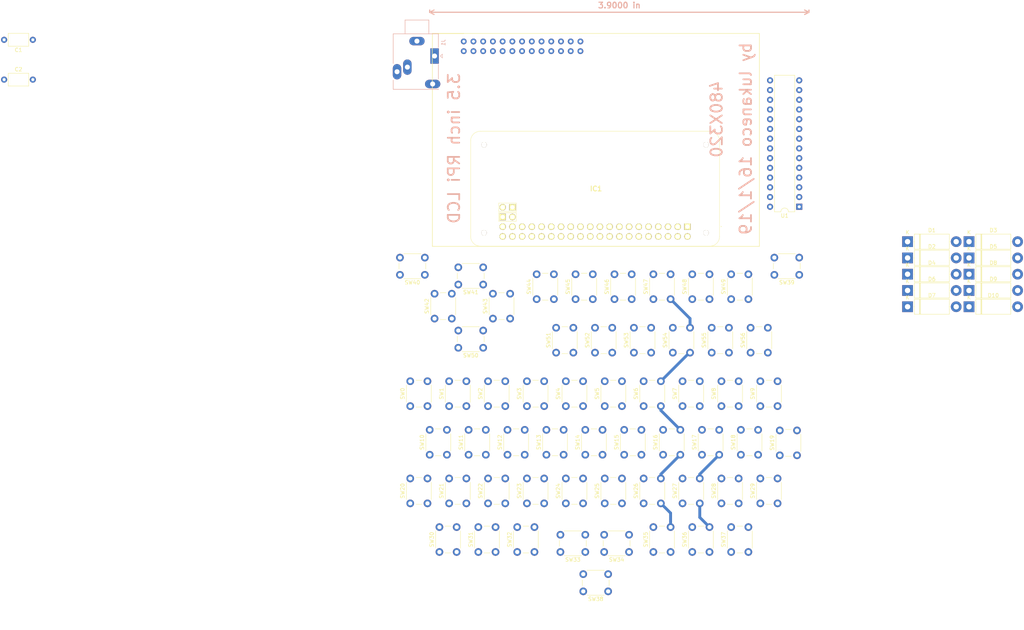
<source format=kicad_pcb>
(kicad_pcb (version 20171130) (host pcbnew "(5.0.2)-1")
  (layers (0 F.Cu signal) (31 B.Cu signal) (34 B.Paste user) (35 F.Paste user) (36 B.SilkS user) (37 F.SilkS user) (38 B.Mask user) (39 F.Mask user) (44 Edge.Cuts user))
  (net 0 "")
  (net 1 Col2)
  (net 2 Col3)
  (net 3 Col4)
  (net 4 Col5)
  (net 5 Col0)
  (net 6 Col1)
  (net 7 Reset)
  (net 8 Serial_RX)
  (net 9 Serial_TX)
  (net 10 USB_D+)
  (net 11 USB_D-)
  (net 12 Osc1)
  (net 13 Osc2)
  (net 14 "Net-(DS1-Pad3)")
  (net 15 "Net-(DS1-Pad5)")
  (net 16 "Net-(DS1-Pad7)")
  (net 17 "Net-(DS1-Pad8)")
  (net 18 "Net-(DS1-Pad10)")
  (net 19 "Net-(DS1-Pad12)")
  (net 20 "Net-(DS1-Pad13)")
  (net 21 "Net-(DS1-Pad15)")
  (net 22 "Net-(DS1-Pad16)")
  (net 23 "Net-(J1-PadT)")
  (net 24 "Net-(J1-PadR)")
  (net 25 "Net-(J1-PadS)")
  (net 26 +3V3)
  (net 27 +5V)
  (net 28 GND)
  (net 29 TP_IRQ)
  (net 30 LCD_RS)
  (net 31 TP_SO)
  (net 32 RST)
  (net 33 LCD_SCK)
  (net 34 LCD_CS)
  (net 35 TP_CS)
  (net 36 Row0)
  (net 37 "Net-(D1-Pad2)")
  (net 38 "Net-(D2-Pad2)")
  (net 39 Row1)
  (net 40 Row2)
  (net 41 "Net-(D3-Pad2)")
  (net 42 "Net-(D4-Pad2)")
  (net 43 Row3)
  (net 44 Row4)
  (net 45 "Net-(D5-Pad2)")
  (net 46 Row5)
  (net 47 "Net-(D6-Pad2)")
  (net 48 "Net-(D7-Pad2)")
  (net 49 Row6)
  (net 50 "Net-(D8-Pad2)")
  (net 51 Row7)
  (net 52 Row8)
  (net 53 "Net-(D9-Pad2)")
  (net 54 "Net-(D10-Pad2)")
  (net 55 Row9)
  (net 56 "Net-(IC1-Pad3)")
  (net 57 "Net-(IC1-Pad5)")
  (net 58 "Net-(IC1-Pad7)")
  (net 59 "Net-(IC1-Pad8)")
  (net 60 "Net-(IC1-Pad10)")
  (net 61 "Net-(IC1-Pad12)")
  (net 62 "Net-(IC1-Pad13)")
  (net 63 "Net-(IC1-Pad15)")
  (net 64 "Net-(IC1-Pad16)")
  (net 65 "Net-(IC1-Pad19)")
  (net 66 "Net-(IC1-Pad27)")
  (net 67 "Net-(IC1-Pad28)")
  (net 68 "Net-(IC1-Pad29)")
  (net 69 "Net-(IC1-Pad30)")
  (net 70 "Net-(IC1-Pad31)")
  (net 71 "Net-(IC1-Pad32)")
  (net 72 "Net-(IC1-Pad33)")
  (net 73 "Net-(IC1-Pad34)")
  (net 74 "Net-(IC1-Pad35)")
  (net 75 "Net-(IC1-Pad36)")
  (net 76 "Net-(IC1-Pad37)")
  (net 77 "Net-(IC1-Pad38)")
  (net 78 "Net-(IC1-Pad39)")
  (net 79 "Net-(IC1-Pad40)")
  (net 80 "Net-(IC1-Pad41)")
  (net 81 "Net-(IC1-Pad42)")
  (net 82 "Net-(IC1-Pad43)")
  (net 83 "Net-(IC1-Pad44)")
  (module Button_Switch_THT:SW_PUSH_6mm (layer F.Cu) (at 60.96 130.81 90)
    (fp_text reference SW0 (at 3.25 -2 90) (layer F.SilkS))
    (fp_text value SW_Push)
    (pad 2 thru_hole circle (at 0 4.5 180) (size 2 2) (drill 1.1) (layers *.Cu *.Mask) (net 37 "Net-(D1-Pad2)"))
    (pad 1 thru_hole circle (at 0 0 180) (size 2 2) (drill 1.1) (layers *.Cu *.Mask) (net 1 Col2))
    (pad 2 thru_hole circle (at 6.5 4.5 180) (size 2 2) (drill 1.1) (layers *.Cu *.Mask) (net 37 "Net-(D1-Pad2)"))
    (pad 1 thru_hole circle (at 6.5 0 180) (size 2 2) (drill 1.1) (layers *.Cu *.Mask) (net 1 Col2))
  )
  (module Button_Switch_THT:SW_PUSH_6mm (layer F.Cu) (at 71.12 130.81 90)
    (fp_text reference SW1 (at 3.25 -2 90) (layer F.SilkS))
    (fp_text value SW_Push)
    (pad 1 thru_hole circle (at 6.5 0 180) (size 2 2) (drill 1.1) (layers *.Cu *.Mask) (net 1 Col2))
    (pad 2 thru_hole circle (at 6.5 4.5 180) (size 2 2) (drill 1.1) (layers *.Cu *.Mask) (net 38 "Net-(D2-Pad2)"))
    (pad 1 thru_hole circle (at 0 0 180) (size 2 2) (drill 1.1) (layers *.Cu *.Mask) (net 1 Col2))
    (pad 2 thru_hole circle (at 0 4.5 180) (size 2 2) (drill 1.1) (layers *.Cu *.Mask) (net 38 "Net-(D2-Pad2)"))
  )
  (module Button_Switch_THT:SW_PUSH_6mm (layer F.Cu) (at 81.28 130.81 90)
    (fp_text reference SW2 (at 3.25 -2 90) (layer F.SilkS))
    (fp_text value SW_Push)
    (pad 2 thru_hole circle (at 0 4.5 180) (size 2 2) (drill 1.1) (layers *.Cu *.Mask) (net 41 "Net-(D3-Pad2)"))
    (pad 1 thru_hole circle (at 0 0 180) (size 2 2) (drill 1.1) (layers *.Cu *.Mask) (net 1 Col2))
    (pad 2 thru_hole circle (at 6.5 4.5 180) (size 2 2) (drill 1.1) (layers *.Cu *.Mask) (net 41 "Net-(D3-Pad2)"))
    (pad 1 thru_hole circle (at 6.5 0 180) (size 2 2) (drill 1.1) (layers *.Cu *.Mask) (net 1 Col2))
  )
  (module Button_Switch_THT:SW_PUSH_6mm (layer F.Cu) (at 91.44 130.81 90)
    (fp_text reference SW3 (at 3.25 -2 90) (layer F.SilkS))
    (fp_text value SW_Push)
    (pad 2 thru_hole circle (at 0 4.5 180) (size 2 2) (drill 1.1) (layers *.Cu *.Mask) (net 42 "Net-(D4-Pad2)"))
    (pad 1 thru_hole circle (at 0 0 180) (size 2 2) (drill 1.1) (layers *.Cu *.Mask) (net 1 Col2))
    (pad 2 thru_hole circle (at 6.5 4.5 180) (size 2 2) (drill 1.1) (layers *.Cu *.Mask) (net 42 "Net-(D4-Pad2)"))
    (pad 1 thru_hole circle (at 6.5 0 180) (size 2 2) (drill 1.1) (layers *.Cu *.Mask) (net 1 Col2))
  )
  (module Button_Switch_THT:SW_PUSH_6mm (layer F.Cu) (at 101.6 130.81 90)
    (fp_text reference SW4 (at 3.25 -2 90) (layer F.SilkS))
    (fp_text value SW_Push)
    (pad 1 thru_hole circle (at 6.5 0 180) (size 2 2) (drill 1.1) (layers *.Cu *.Mask) (net 1 Col2))
    (pad 2 thru_hole circle (at 6.5 4.5 180) (size 2 2) (drill 1.1) (layers *.Cu *.Mask) (net 45 "Net-(D5-Pad2)"))
    (pad 1 thru_hole circle (at 0 0 180) (size 2 2) (drill 1.1) (layers *.Cu *.Mask) (net 1 Col2))
    (pad 2 thru_hole circle (at 0 4.5 180) (size 2 2) (drill 1.1) (layers *.Cu *.Mask) (net 45 "Net-(D5-Pad2)"))
  )
  (module Button_Switch_THT:SW_PUSH_6mm (layer F.Cu) (at 111.76 130.81 90)
    (fp_text reference SW5 (at 3.25 -2 90) (layer F.SilkS))
    (fp_text value SW_Push)
    (pad 2 thru_hole circle (at 0 4.5 180) (size 2 2) (drill 1.1) (layers *.Cu *.Mask) (net 47 "Net-(D6-Pad2)"))
    (pad 1 thru_hole circle (at 0 0 180) (size 2 2) (drill 1.1) (layers *.Cu *.Mask) (net 1 Col2))
    (pad 2 thru_hole circle (at 6.5 4.5 180) (size 2 2) (drill 1.1) (layers *.Cu *.Mask) (net 47 "Net-(D6-Pad2)"))
    (pad 1 thru_hole circle (at 6.5 0 180) (size 2 2) (drill 1.1) (layers *.Cu *.Mask) (net 1 Col2))
  )
  (module Button_Switch_THT:SW_PUSH_6mm (layer F.Cu) (at 121.92 130.81 90)
    (fp_text reference SW6 (at 3.25 -2 90) (layer F.SilkS))
    (fp_text value SW_Push)
    (pad 2 thru_hole circle (at 0 4.5 180) (size 2 2) (drill 1.1) (layers *.Cu *.Mask) (net 48 "Net-(D7-Pad2)"))
    (pad 1 thru_hole circle (at 0 0 180) (size 2 2) (drill 1.1) (layers *.Cu *.Mask) (net 1 Col2))
    (pad 2 thru_hole circle (at 6.5 4.5 180) (size 2 2) (drill 1.1) (layers *.Cu *.Mask) (net 48 "Net-(D7-Pad2)"))
    (pad 1 thru_hole circle (at 6.5 0 180) (size 2 2) (drill 1.1) (layers *.Cu *.Mask) (net 1 Col2))
  )
  (module Button_Switch_THT:SW_PUSH_6mm (layer F.Cu) (at 132.08 130.81 90)
    (fp_text reference SW7 (at 3.25 -2 90) (layer F.SilkS))
    (fp_text value SW_Push)
    (pad 1 thru_hole circle (at 6.5 0 180) (size 2 2) (drill 1.1) (layers *.Cu *.Mask) (net 1 Col2))
    (pad 2 thru_hole circle (at 6.5 4.5 180) (size 2 2) (drill 1.1) (layers *.Cu *.Mask) (net 50 "Net-(D8-Pad2)"))
    (pad 1 thru_hole circle (at 0 0 180) (size 2 2) (drill 1.1) (layers *.Cu *.Mask) (net 1 Col2))
    (pad 2 thru_hole circle (at 0 4.5 180) (size 2 2) (drill 1.1) (layers *.Cu *.Mask) (net 50 "Net-(D8-Pad2)"))
  )
  (module Button_Switch_THT:SW_PUSH_6mm (layer F.Cu) (at 142.24 130.81 90)
    (fp_text reference SW8 (at 3.25 -2 90) (layer F.SilkS))
    (fp_text value SW_Push)
    (pad 1 thru_hole circle (at 6.5 0 180) (size 2 2) (drill 1.1) (layers *.Cu *.Mask) (net 1 Col2))
    (pad 2 thru_hole circle (at 6.5 4.5 180) (size 2 2) (drill 1.1) (layers *.Cu *.Mask) (net 53 "Net-(D9-Pad2)"))
    (pad 1 thru_hole circle (at 0 0 180) (size 2 2) (drill 1.1) (layers *.Cu *.Mask) (net 1 Col2))
    (pad 2 thru_hole circle (at 0 4.5 180) (size 2 2) (drill 1.1) (layers *.Cu *.Mask) (net 53 "Net-(D9-Pad2)"))
  )
  (module Button_Switch_THT:SW_PUSH_6mm (layer F.Cu) (at 152.4 130.81 90)
    (fp_text reference SW9 (at 3.25 -2 90) (layer F.SilkS))
    (fp_text value SW_Push)
    (pad 2 thru_hole circle (at 0 4.5 180) (size 2 2) (drill 1.1) (layers *.Cu *.Mask) (net 54 "Net-(D10-Pad2)"))
    (pad 1 thru_hole circle (at 0 0 180) (size 2 2) (drill 1.1) (layers *.Cu *.Mask) (net 1 Col2))
    (pad 2 thru_hole circle (at 6.5 4.5 180) (size 2 2) (drill 1.1) (layers *.Cu *.Mask) (net 54 "Net-(D10-Pad2)"))
    (pad 1 thru_hole circle (at 6.5 0 180) (size 2 2) (drill 1.1) (layers *.Cu *.Mask) (net 1 Col2))
  )
  (module Button_Switch_THT:SW_PUSH_6mm (layer F.Cu) (at 66.04 143.51 90)
    (fp_text reference SW10 (at 3.25 -2 90) (layer F.SilkS))
    (fp_text value SW_Push)
    (pad 1 thru_hole circle (at 6.5 0 180) (size 2 2) (drill 1.1) (layers *.Cu *.Mask) (net 2 Col3))
    (pad 2 thru_hole circle (at 6.5 4.5 180) (size 2 2) (drill 1.1) (layers *.Cu *.Mask) (net 37 "Net-(D1-Pad2)"))
    (pad 1 thru_hole circle (at 0 0 180) (size 2 2) (drill 1.1) (layers *.Cu *.Mask) (net 2 Col3))
    (pad 2 thru_hole circle (at 0 4.5 180) (size 2 2) (drill 1.1) (layers *.Cu *.Mask) (net 37 "Net-(D1-Pad2)"))
  )
  (module Button_Switch_THT:SW_PUSH_6mm (layer F.Cu) (at 76.2 143.51 90)
    (fp_text reference SW11 (at 3.25 -2 90) (layer F.SilkS))
    (fp_text value SW_Push)
    (pad 2 thru_hole circle (at 0 4.5 180) (size 2 2) (drill 1.1) (layers *.Cu *.Mask) (net 38 "Net-(D2-Pad2)"))
    (pad 1 thru_hole circle (at 0 0 180) (size 2 2) (drill 1.1) (layers *.Cu *.Mask) (net 2 Col3))
    (pad 2 thru_hole circle (at 6.5 4.5 180) (size 2 2) (drill 1.1) (layers *.Cu *.Mask) (net 38 "Net-(D2-Pad2)"))
    (pad 1 thru_hole circle (at 6.5 0 180) (size 2 2) (drill 1.1) (layers *.Cu *.Mask) (net 2 Col3))
  )
  (module Button_Switch_THT:SW_PUSH_6mm (layer F.Cu) (at 86.36 143.51 90)
    (fp_text reference SW12 (at 3.25 -2 90) (layer F.SilkS))
    (fp_text value SW_Push)
    (pad 1 thru_hole circle (at 6.5 0 180) (size 2 2) (drill 1.1) (layers *.Cu *.Mask) (net 2 Col3))
    (pad 2 thru_hole circle (at 6.5 4.5 180) (size 2 2) (drill 1.1) (layers *.Cu *.Mask) (net 41 "Net-(D3-Pad2)"))
    (pad 1 thru_hole circle (at 0 0 180) (size 2 2) (drill 1.1) (layers *.Cu *.Mask) (net 2 Col3))
    (pad 2 thru_hole circle (at 0 4.5 180) (size 2 2) (drill 1.1) (layers *.Cu *.Mask) (net 41 "Net-(D3-Pad2)"))
  )
  (module Button_Switch_THT:SW_PUSH_6mm (layer F.Cu) (at 96.52 143.51 90)
    (fp_text reference SW13 (at 3.25 -2 90) (layer F.SilkS))
    (fp_text value SW_Push)
    (pad 1 thru_hole circle (at 6.5 0 180) (size 2 2) (drill 1.1) (layers *.Cu *.Mask) (net 2 Col3))
    (pad 2 thru_hole circle (at 6.5 4.5 180) (size 2 2) (drill 1.1) (layers *.Cu *.Mask) (net 42 "Net-(D4-Pad2)"))
    (pad 1 thru_hole circle (at 0 0 180) (size 2 2) (drill 1.1) (layers *.Cu *.Mask) (net 2 Col3))
    (pad 2 thru_hole circle (at 0 4.5 180) (size 2 2) (drill 1.1) (layers *.Cu *.Mask) (net 42 "Net-(D4-Pad2)"))
  )
  (module Button_Switch_THT:SW_PUSH_6mm (layer F.Cu) (at 106.68 143.51 90)
    (fp_text reference SW14 (at 3.25 -2 90) (layer F.SilkS))
    (fp_text value SW_Push)
    (pad 2 thru_hole circle (at 0 4.5 180) (size 2 2) (drill 1.1) (layers *.Cu *.Mask) (net 45 "Net-(D5-Pad2)"))
    (pad 1 thru_hole circle (at 0 0 180) (size 2 2) (drill 1.1) (layers *.Cu *.Mask) (net 2 Col3))
    (pad 2 thru_hole circle (at 6.5 4.5 180) (size 2 2) (drill 1.1) (layers *.Cu *.Mask) (net 45 "Net-(D5-Pad2)"))
    (pad 1 thru_hole circle (at 6.5 0 180) (size 2 2) (drill 1.1) (layers *.Cu *.Mask) (net 2 Col3))
  )
  (module Button_Switch_THT:SW_PUSH_6mm (layer F.Cu) (at 116.84 143.51 90)
    (fp_text reference SW15 (at 3.25 -2 90) (layer F.SilkS))
    (fp_text value SW_Push)
    (pad 2 thru_hole circle (at 0 4.5 180) (size 2 2) (drill 1.1) (layers *.Cu *.Mask) (net 47 "Net-(D6-Pad2)"))
    (pad 1 thru_hole circle (at 0 0 180) (size 2 2) (drill 1.1) (layers *.Cu *.Mask) (net 2 Col3))
    (pad 2 thru_hole circle (at 6.5 4.5 180) (size 2 2) (drill 1.1) (layers *.Cu *.Mask) (net 47 "Net-(D6-Pad2)"))
    (pad 1 thru_hole circle (at 6.5 0 180) (size 2 2) (drill 1.1) (layers *.Cu *.Mask) (net 2 Col3))
  )
  (module Button_Switch_THT:SW_PUSH_6mm (layer F.Cu) (at 127 143.51 90)
    (fp_text reference SW16 (at 3.25 -2 90) (layer F.SilkS))
    (fp_text value SW_Push)
    (pad 1 thru_hole circle (at 6.5 0 180) (size 2 2) (drill 1.1) (layers *.Cu *.Mask) (net 2 Col3))
    (pad 2 thru_hole circle (at 6.5 4.5 180) (size 2 2) (drill 1.1) (layers *.Cu *.Mask) (net 48 "Net-(D7-Pad2)"))
    (pad 1 thru_hole circle (at 0 0 180) (size 2 2) (drill 1.1) (layers *.Cu *.Mask) (net 2 Col3))
    (pad 2 thru_hole circle (at 0 4.5 180) (size 2 2) (drill 1.1) (layers *.Cu *.Mask) (net 48 "Net-(D7-Pad2)"))
  )
  (module Button_Switch_THT:SW_PUSH_6mm (layer F.Cu) (at 137.16 143.51 90)
    (fp_text reference SW17 (at 3.25 -2 90) (layer F.SilkS))
    (fp_text value SW_Push)
    (pad 2 thru_hole circle (at 0 4.5 180) (size 2 2) (drill 1.1) (layers *.Cu *.Mask) (net 50 "Net-(D8-Pad2)"))
    (pad 1 thru_hole circle (at 0 0 180) (size 2 2) (drill 1.1) (layers *.Cu *.Mask) (net 2 Col3))
    (pad 2 thru_hole circle (at 6.5 4.5 180) (size 2 2) (drill 1.1) (layers *.Cu *.Mask) (net 50 "Net-(D8-Pad2)"))
    (pad 1 thru_hole circle (at 6.5 0 180) (size 2 2) (drill 1.1) (layers *.Cu *.Mask) (net 2 Col3))
  )
  (module Button_Switch_THT:SW_PUSH_6mm (layer F.Cu) (at 147.32 143.51 90)
    (fp_text reference SW18 (at 3.25 -2 90) (layer F.SilkS))
    (fp_text value SW_Push)
    (pad 1 thru_hole circle (at 6.5 0 180) (size 2 2) (drill 1.1) (layers *.Cu *.Mask) (net 2 Col3))
    (pad 2 thru_hole circle (at 6.5 4.5 180) (size 2 2) (drill 1.1) (layers *.Cu *.Mask) (net 53 "Net-(D9-Pad2)"))
    (pad 1 thru_hole circle (at 0 0 180) (size 2 2) (drill 1.1) (layers *.Cu *.Mask) (net 2 Col3))
    (pad 2 thru_hole circle (at 0 4.5 180) (size 2 2) (drill 1.1) (layers *.Cu *.Mask) (net 53 "Net-(D9-Pad2)"))
  )
  (module Button_Switch_THT:SW_PUSH_6mm (layer F.Cu) (at 157.48 143.66 90)
    (fp_text reference SW19 (at 3.25 -2 90) (layer F.SilkS))
    (fp_text value SW_Push)
    (pad 1 thru_hole circle (at 6.5 0 180) (size 2 2) (drill 1.1) (layers *.Cu *.Mask) (net 2 Col3))
    (pad 2 thru_hole circle (at 6.5 4.5 180) (size 2 2) (drill 1.1) (layers *.Cu *.Mask) (net 54 "Net-(D10-Pad2)"))
    (pad 1 thru_hole circle (at 0 0 180) (size 2 2) (drill 1.1) (layers *.Cu *.Mask) (net 2 Col3))
    (pad 2 thru_hole circle (at 0 4.5 180) (size 2 2) (drill 1.1) (layers *.Cu *.Mask) (net 54 "Net-(D10-Pad2)"))
  )
  (module Button_Switch_THT:SW_PUSH_6mm (layer F.Cu) (at 60.96 156.21 90)
    (fp_text reference SW20 (at 3.25 -2 90) (layer F.SilkS))
    (fp_text value SW_Push)
    (pad 2 thru_hole circle (at 0 4.5 180) (size 2 2) (drill 1.1) (layers *.Cu *.Mask) (net 37 "Net-(D1-Pad2)"))
    (pad 1 thru_hole circle (at 0 0 180) (size 2 2) (drill 1.1) (layers *.Cu *.Mask) (net 3 Col4))
    (pad 2 thru_hole circle (at 6.5 4.5 180) (size 2 2) (drill 1.1) (layers *.Cu *.Mask) (net 37 "Net-(D1-Pad2)"))
    (pad 1 thru_hole circle (at 6.5 0 180) (size 2 2) (drill 1.1) (layers *.Cu *.Mask) (net 3 Col4))
  )
  (module Button_Switch_THT:SW_PUSH_6mm (layer F.Cu) (at 71.12 156.21 90)
    (fp_text reference SW21 (at 3.25 -2 90) (layer F.SilkS))
    (fp_text value SW_Push)
    (pad 1 thru_hole circle (at 6.5 0 180) (size 2 2) (drill 1.1) (layers *.Cu *.Mask) (net 3 Col4))
    (pad 2 thru_hole circle (at 6.5 4.5 180) (size 2 2) (drill 1.1) (layers *.Cu *.Mask) (net 38 "Net-(D2-Pad2)"))
    (pad 1 thru_hole circle (at 0 0 180) (size 2 2) (drill 1.1) (layers *.Cu *.Mask) (net 3 Col4))
    (pad 2 thru_hole circle (at 0 4.5 180) (size 2 2) (drill 1.1) (layers *.Cu *.Mask) (net 38 "Net-(D2-Pad2)"))
  )
  (module Button_Switch_THT:SW_PUSH_6mm (layer F.Cu) (at 81.28 156.21 90)
    (fp_text reference SW22 (at 3.25 -2 90) (layer F.SilkS))
    (fp_text value SW_Push)
    (pad 2 thru_hole circle (at 0 4.5 180) (size 2 2) (drill 1.1) (layers *.Cu *.Mask) (net 41 "Net-(D3-Pad2)"))
    (pad 1 thru_hole circle (at 0 0 180) (size 2 2) (drill 1.1) (layers *.Cu *.Mask) (net 3 Col4))
    (pad 2 thru_hole circle (at 6.5 4.5 180) (size 2 2) (drill 1.1) (layers *.Cu *.Mask) (net 41 "Net-(D3-Pad2)"))
    (pad 1 thru_hole circle (at 6.5 0 180) (size 2 2) (drill 1.1) (layers *.Cu *.Mask) (net 3 Col4))
  )
  (module Button_Switch_THT:SW_PUSH_6mm (layer F.Cu) (at 91.44 156.21 90)
    (fp_text reference SW23 (at 3.25 -2 90) (layer F.SilkS))
    (fp_text value SW_Push)
    (pad 2 thru_hole circle (at 0 4.5 180) (size 2 2) (drill 1.1) (layers *.Cu *.Mask) (net 42 "Net-(D4-Pad2)"))
    (pad 1 thru_hole circle (at 0 0 180) (size 2 2) (drill 1.1) (layers *.Cu *.Mask) (net 3 Col4))
    (pad 2 thru_hole circle (at 6.5 4.5 180) (size 2 2) (drill 1.1) (layers *.Cu *.Mask) (net 42 "Net-(D4-Pad2)"))
    (pad 1 thru_hole circle (at 6.5 0 180) (size 2 2) (drill 1.1) (layers *.Cu *.Mask) (net 3 Col4))
  )
  (module Button_Switch_THT:SW_PUSH_6mm (layer F.Cu) (at 101.6 156.21 90)
    (fp_text reference SW24 (at 3.25 -2 90) (layer F.SilkS))
    (fp_text value SW_Push)
    (pad 2 thru_hole circle (at 0 4.5 180) (size 2 2) (drill 1.1) (layers *.Cu *.Mask) (net 45 "Net-(D5-Pad2)"))
    (pad 1 thru_hole circle (at 0 0 180) (size 2 2) (drill 1.1) (layers *.Cu *.Mask) (net 3 Col4))
    (pad 2 thru_hole circle (at 6.5 4.5 180) (size 2 2) (drill 1.1) (layers *.Cu *.Mask) (net 45 "Net-(D5-Pad2)"))
    (pad 1 thru_hole circle (at 6.5 0 180) (size 2 2) (drill 1.1) (layers *.Cu *.Mask) (net 3 Col4))
  )
  (module Button_Switch_THT:SW_PUSH_6mm (layer F.Cu) (at 111.76 156.21 90)
    (fp_text reference SW25 (at 3.25 -2 90) (layer F.SilkS))
    (fp_text value SW_Push)
    (pad 1 thru_hole circle (at 6.5 0 180) (size 2 2) (drill 1.1) (layers *.Cu *.Mask) (net 3 Col4))
    (pad 2 thru_hole circle (at 6.5 4.5 180) (size 2 2) (drill 1.1) (layers *.Cu *.Mask) (net 47 "Net-(D6-Pad2)"))
    (pad 1 thru_hole circle (at 0 0 180) (size 2 2) (drill 1.1) (layers *.Cu *.Mask) (net 3 Col4))
    (pad 2 thru_hole circle (at 0 4.5 180) (size 2 2) (drill 1.1) (layers *.Cu *.Mask) (net 47 "Net-(D6-Pad2)"))
  )
  (module Button_Switch_THT:SW_PUSH_6mm (layer F.Cu) (at 121.92 156.21 90)
    (fp_text reference SW26 (at 3.25 -2 90) (layer F.SilkS))
    (fp_text value SW_Push)
    (pad 2 thru_hole circle (at 0 4.5 180) (size 2 2) (drill 1.1) (layers *.Cu *.Mask) (net 48 "Net-(D7-Pad2)"))
    (pad 1 thru_hole circle (at 0 0 180) (size 2 2) (drill 1.1) (layers *.Cu *.Mask) (net 3 Col4))
    (pad 2 thru_hole circle (at 6.5 4.5 180) (size 2 2) (drill 1.1) (layers *.Cu *.Mask) (net 48 "Net-(D7-Pad2)"))
    (pad 1 thru_hole circle (at 6.5 0 180) (size 2 2) (drill 1.1) (layers *.Cu *.Mask) (net 3 Col4))
  )
  (module Button_Switch_THT:SW_PUSH_6mm (layer F.Cu) (at 132.08 156.21 90)
    (fp_text reference SW27 (at 3.25 -2 90) (layer F.SilkS))
    (fp_text value SW_Push)
    (pad 1 thru_hole circle (at 6.5 0 180) (size 2 2) (drill 1.1) (layers *.Cu *.Mask) (net 3 Col4))
    (pad 2 thru_hole circle (at 6.5 4.5 180) (size 2 2) (drill 1.1) (layers *.Cu *.Mask) (net 50 "Net-(D8-Pad2)"))
    (pad 1 thru_hole circle (at 0 0 180) (size 2 2) (drill 1.1) (layers *.Cu *.Mask) (net 3 Col4))
    (pad 2 thru_hole circle (at 0 4.5 180) (size 2 2) (drill 1.1) (layers *.Cu *.Mask) (net 50 "Net-(D8-Pad2)"))
  )
  (module Button_Switch_THT:SW_PUSH_6mm (layer F.Cu) (at 142.24 156.21 90)
    (fp_text reference SW28 (at 3.25 -2 90) (layer F.SilkS))
    (fp_text value SW_Push)
    (pad 2 thru_hole circle (at 0 4.5 180) (size 2 2) (drill 1.1) (layers *.Cu *.Mask) (net 53 "Net-(D9-Pad2)"))
    (pad 1 thru_hole circle (at 0 0 180) (size 2 2) (drill 1.1) (layers *.Cu *.Mask) (net 3 Col4))
    (pad 2 thru_hole circle (at 6.5 4.5 180) (size 2 2) (drill 1.1) (layers *.Cu *.Mask) (net 53 "Net-(D9-Pad2)"))
    (pad 1 thru_hole circle (at 6.5 0 180) (size 2 2) (drill 1.1) (layers *.Cu *.Mask) (net 3 Col4))
  )
  (module Button_Switch_THT:SW_PUSH_6mm (layer F.Cu) (at 152.4 156.21 90)
    (fp_text reference SW29 (at 3.25 -2 90) (layer F.SilkS))
    (fp_text value SW_Push)
    (pad 1 thru_hole circle (at 6.5 0 180) (size 2 2) (drill 1.1) (layers *.Cu *.Mask) (net 3 Col4))
    (pad 2 thru_hole circle (at 6.5 4.5 180) (size 2 2) (drill 1.1) (layers *.Cu *.Mask) (net 54 "Net-(D10-Pad2)"))
    (pad 1 thru_hole circle (at 0 0 180) (size 2 2) (drill 1.1) (layers *.Cu *.Mask) (net 3 Col4))
    (pad 2 thru_hole circle (at 0 4.5 180) (size 2 2) (drill 1.1) (layers *.Cu *.Mask) (net 54 "Net-(D10-Pad2)"))
  )
  (module Button_Switch_THT:SW_PUSH_6mm (layer F.Cu) (at 68.58 168.91 90)
    (fp_text reference SW30 (at 3.25 -2 90) (layer F.SilkS))
    (fp_text value SW_Push)
    (pad 1 thru_hole circle (at 6.5 0 180) (size 2 2) (drill 1.1) (layers *.Cu *.Mask) (net 4 Col5))
    (pad 2 thru_hole circle (at 6.5 4.5 180) (size 2 2) (drill 1.1) (layers *.Cu *.Mask) (net 38 "Net-(D2-Pad2)"))
    (pad 1 thru_hole circle (at 0 0 180) (size 2 2) (drill 1.1) (layers *.Cu *.Mask) (net 4 Col5))
    (pad 2 thru_hole circle (at 0 4.5 180) (size 2 2) (drill 1.1) (layers *.Cu *.Mask) (net 38 "Net-(D2-Pad2)"))
  )
  (module Button_Switch_THT:SW_PUSH_6mm (layer F.Cu) (at 78.74 168.91 90)
    (fp_text reference SW31 (at 3.25 -2 90) (layer F.SilkS))
    (fp_text value SW_Push)
    (pad 2 thru_hole circle (at 0 4.5 180) (size 2 2) (drill 1.1) (layers *.Cu *.Mask) (net 41 "Net-(D3-Pad2)"))
    (pad 1 thru_hole circle (at 0 0 180) (size 2 2) (drill 1.1) (layers *.Cu *.Mask) (net 4 Col5))
    (pad 2 thru_hole circle (at 6.5 4.5 180) (size 2 2) (drill 1.1) (layers *.Cu *.Mask) (net 41 "Net-(D3-Pad2)"))
    (pad 1 thru_hole circle (at 6.5 0 180) (size 2 2) (drill 1.1) (layers *.Cu *.Mask) (net 4 Col5))
  )
  (module Button_Switch_THT:SW_PUSH_6mm (layer F.Cu) (at 88.9 168.91 90)
    (fp_text reference SW32 (at 3.25 -2 90) (layer F.SilkS))
    (fp_text value SW_Push)
    (pad 1 thru_hole circle (at 6.5 0 180) (size 2 2) (drill 1.1) (layers *.Cu *.Mask) (net 4 Col5))
    (pad 2 thru_hole circle (at 6.5 4.5 180) (size 2 2) (drill 1.1) (layers *.Cu *.Mask) (net 42 "Net-(D4-Pad2)"))
    (pad 1 thru_hole circle (at 0 0 180) (size 2 2) (drill 1.1) (layers *.Cu *.Mask) (net 4 Col5))
    (pad 2 thru_hole circle (at 0 4.5 180) (size 2 2) (drill 1.1) (layers *.Cu *.Mask) (net 42 "Net-(D4-Pad2)"))
  )
  (module Button_Switch_THT:SW_PUSH_6mm (layer F.Cu) (at 106.68 168.91 180)
    (fp_text reference SW33 (at 3.25 -2 180) (layer F.SilkS))
    (fp_text value SW_Push)
    (pad 2 thru_hole circle (at 0 4.5 270) (size 2 2) (drill 1.1) (layers *.Cu *.Mask) (net 45 "Net-(D5-Pad2)"))
    (pad 1 thru_hole circle (at 0 0 270) (size 2 2) (drill 1.1) (layers *.Cu *.Mask) (net 4 Col5))
    (pad 2 thru_hole circle (at 6.5 4.5 270) (size 2 2) (drill 1.1) (layers *.Cu *.Mask) (net 45 "Net-(D5-Pad2)"))
    (pad 1 thru_hole circle (at 6.5 0 270) (size 2 2) (drill 1.1) (layers *.Cu *.Mask) (net 4 Col5))
  )
  (module Button_Switch_THT:SW_PUSH_6mm (layer F.Cu) (at 118.11 168.91 180)
    (fp_text reference SW34 (at 3.25 -2 180) (layer F.SilkS))
    (fp_text value SW_Push)
    (pad 2 thru_hole circle (at 0 4.5 270) (size 2 2) (drill 1.1) (layers *.Cu *.Mask) (net 47 "Net-(D6-Pad2)"))
    (pad 1 thru_hole circle (at 0 0 270) (size 2 2) (drill 1.1) (layers *.Cu *.Mask) (net 4 Col5))
    (pad 2 thru_hole circle (at 6.5 4.5 270) (size 2 2) (drill 1.1) (layers *.Cu *.Mask) (net 47 "Net-(D6-Pad2)"))
    (pad 1 thru_hole circle (at 6.5 0 270) (size 2 2) (drill 1.1) (layers *.Cu *.Mask) (net 4 Col5))
  )
  (module Button_Switch_THT:SW_PUSH_6mm (layer F.Cu) (at 124.46 168.91 90)
    (fp_text reference SW35 (at 3.25 -2 90) (layer F.SilkS))
    (fp_text value SW_Push)
    (pad 2 thru_hole circle (at 0 4.5 180) (size 2 2) (drill 1.1) (layers *.Cu *.Mask) (net 48 "Net-(D7-Pad2)"))
    (pad 1 thru_hole circle (at 0 0 180) (size 2 2) (drill 1.1) (layers *.Cu *.Mask) (net 4 Col5))
    (pad 2 thru_hole circle (at 6.5 4.5 180) (size 2 2) (drill 1.1) (layers *.Cu *.Mask) (net 48 "Net-(D7-Pad2)"))
    (pad 1 thru_hole circle (at 6.5 0 180) (size 2 2) (drill 1.1) (layers *.Cu *.Mask) (net 4 Col5))
  )
  (module Button_Switch_THT:SW_PUSH_6mm (layer F.Cu) (at 134.62 168.91 90)
    (fp_text reference SW36 (at 3.25 -2 90) (layer F.SilkS))
    (fp_text value SW_Push)
    (pad 2 thru_hole circle (at 0 4.5 180) (size 2 2) (drill 1.1) (layers *.Cu *.Mask) (net 50 "Net-(D8-Pad2)"))
    (pad 1 thru_hole circle (at 0 0 180) (size 2 2) (drill 1.1) (layers *.Cu *.Mask) (net 4 Col5))
    (pad 2 thru_hole circle (at 6.5 4.5 180) (size 2 2) (drill 1.1) (layers *.Cu *.Mask) (net 50 "Net-(D8-Pad2)"))
    (pad 1 thru_hole circle (at 6.5 0 180) (size 2 2) (drill 1.1) (layers *.Cu *.Mask) (net 4 Col5))
  )
  (module Button_Switch_THT:SW_PUSH_6mm (layer F.Cu) (at 144.78 168.91 90)
    (fp_text reference SW37 (at 3.25 -2 90) (layer F.SilkS))
    (fp_text value SW_Push)
    (pad 1 thru_hole circle (at 6.5 0 180) (size 2 2) (drill 1.1) (layers *.Cu *.Mask) (net 4 Col5))
    (pad 2 thru_hole circle (at 6.5 4.5 180) (size 2 2) (drill 1.1) (layers *.Cu *.Mask) (net 53 "Net-(D9-Pad2)"))
    (pad 1 thru_hole circle (at 0 0 180) (size 2 2) (drill 1.1) (layers *.Cu *.Mask) (net 4 Col5))
    (pad 2 thru_hole circle (at 0 4.5 180) (size 2 2) (drill 1.1) (layers *.Cu *.Mask) (net 53 "Net-(D9-Pad2)"))
  )
  (module Button_Switch_THT:SW_PUSH_6mm (layer F.Cu) (at 112.649 179.197 180)
    (fp_text reference SW38 (at 3.25 -2 180) (layer F.SilkS))
    (fp_text value SW_Push)
    (pad 2 thru_hole circle (at 0 4.5 270) (size 2 2) (drill 1.1) (layers *.Cu *.Mask) (net 54 "Net-(D10-Pad2)"))
    (pad 1 thru_hole circle (at 0 0 270) (size 2 2) (drill 1.1) (layers *.Cu *.Mask) (net 4 Col5))
    (pad 2 thru_hole circle (at 6.5 4.5 270) (size 2 2) (drill 1.1) (layers *.Cu *.Mask) (net 54 "Net-(D10-Pad2)"))
    (pad 1 thru_hole circle (at 6.5 0 270) (size 2 2) (drill 1.1) (layers *.Cu *.Mask) (net 4 Col5))
  )
  (module Button_Switch_THT:SW_PUSH_6mm (layer F.Cu) (at 162.56 96.52 180)
    (fp_text reference SW39 (at 3.25 -2 180) (layer F.SilkS))
    (fp_text value SW_Push)
    (pad 1 thru_hole circle (at 6.5 0 270) (size 2 2) (drill 1.1) (layers *.Cu *.Mask) (net 53 "Net-(D9-Pad2)"))
    (pad 2 thru_hole circle (at 6.5 4.5 270) (size 2 2) (drill 1.1) (layers *.Cu *.Mask) (net 54 "Net-(D10-Pad2)"))
    (pad 1 thru_hole circle (at 0 0 270) (size 2 2) (drill 1.1) (layers *.Cu *.Mask) (net 53 "Net-(D9-Pad2)"))
    (pad 2 thru_hole circle (at 0 4.5 270) (size 2 2) (drill 1.1) (layers *.Cu *.Mask) (net 54 "Net-(D10-Pad2)"))
  )
  (module Button_Switch_THT:SW_PUSH_6mm (layer F.Cu) (at 64.77 96.52 180)
    (fp_text reference SW40 (at 3.25 -2 180) (layer F.SilkS))
    (fp_text value SW_Push)
    (pad 1 thru_hole circle (at 6.5 0 270) (size 2 2) (drill 1.1) (layers *.Cu *.Mask) (net 5 Col0))
    (pad 2 thru_hole circle (at 6.5 4.5 270) (size 2 2) (drill 1.1) (layers *.Cu *.Mask) (net 37 "Net-(D1-Pad2)"))
    (pad 1 thru_hole circle (at 0 0 270) (size 2 2) (drill 1.1) (layers *.Cu *.Mask) (net 5 Col0))
    (pad 2 thru_hole circle (at 0 4.5 270) (size 2 2) (drill 1.1) (layers *.Cu *.Mask) (net 37 "Net-(D1-Pad2)"))
  )
  (module Button_Switch_THT:SW_PUSH_6mm (layer F.Cu) (at 80.01 99.06 180)
    (fp_text reference SW41 (at 3.25 -2 180) (layer F.SilkS))
    (fp_text value SW_Push)
    (pad 1 thru_hole circle (at 6.5 0 270) (size 2 2) (drill 1.1) (layers *.Cu *.Mask) (net 5 Col0))
    (pad 2 thru_hole circle (at 6.5 4.5 270) (size 2 2) (drill 1.1) (layers *.Cu *.Mask) (net 38 "Net-(D2-Pad2)"))
    (pad 1 thru_hole circle (at 0 0 270) (size 2 2) (drill 1.1) (layers *.Cu *.Mask) (net 5 Col0))
    (pad 2 thru_hole circle (at 0 4.5 270) (size 2 2) (drill 1.1) (layers *.Cu *.Mask) (net 38 "Net-(D2-Pad2)"))
  )
  (module Button_Switch_THT:SW_PUSH_6mm (layer F.Cu) (at 67.31 107.95 90)
    (fp_text reference SW42 (at 3.25 -2 90) (layer F.SilkS))
    (fp_text value SW_Push)
    (pad 1 thru_hole circle (at 6.5 0 180) (size 2 2) (drill 1.1) (layers *.Cu *.Mask) (net 6 Col1))
    (pad 2 thru_hole circle (at 6.5 4.5 180) (size 2 2) (drill 1.1) (layers *.Cu *.Mask) (net 37 "Net-(D1-Pad2)"))
    (pad 1 thru_hole circle (at 0 0 180) (size 2 2) (drill 1.1) (layers *.Cu *.Mask) (net 6 Col1))
    (pad 2 thru_hole circle (at 0 4.5 180) (size 2 2) (drill 1.1) (layers *.Cu *.Mask) (net 37 "Net-(D1-Pad2)"))
  )
  (module Button_Switch_THT:SW_PUSH_6mm (layer F.Cu) (at 82.55 107.95 90)
    (fp_text reference SW43 (at 3.25 -2 90) (layer F.SilkS))
    (fp_text value SW_Push)
    (pad 2 thru_hole circle (at 0 4.5 180) (size 2 2) (drill 1.1) (layers *.Cu *.Mask) (net 41 "Net-(D3-Pad2)"))
    (pad 1 thru_hole circle (at 0 0 180) (size 2 2) (drill 1.1) (layers *.Cu *.Mask) (net 5 Col0))
    (pad 2 thru_hole circle (at 6.5 4.5 180) (size 2 2) (drill 1.1) (layers *.Cu *.Mask) (net 41 "Net-(D3-Pad2)"))
    (pad 1 thru_hole circle (at 6.5 0 180) (size 2 2) (drill 1.1) (layers *.Cu *.Mask) (net 5 Col0))
  )
  (module Button_Switch_THT:SW_PUSH_6mm (layer F.Cu) (at 93.98 102.87 90)
    (fp_text reference SW44 (at 3.25 -2 90) (layer F.SilkS))
    (fp_text value SW_Push)
    (pad 1 thru_hole circle (at 6.5 0 180) (size 2 2) (drill 1.1) (layers *.Cu *.Mask) (net 5 Col0))
    (pad 2 thru_hole circle (at 6.5 4.5 180) (size 2 2) (drill 1.1) (layers *.Cu *.Mask) (net 42 "Net-(D4-Pad2)"))
    (pad 1 thru_hole circle (at 0 0 180) (size 2 2) (drill 1.1) (layers *.Cu *.Mask) (net 5 Col0))
    (pad 2 thru_hole circle (at 0 4.5 180) (size 2 2) (drill 1.1) (layers *.Cu *.Mask) (net 42 "Net-(D4-Pad2)"))
  )
  (module Button_Switch_THT:SW_PUSH_6mm (layer F.Cu) (at 104.14 102.87 90)
    (fp_text reference SW45 (at 3.25 -2 90) (layer F.SilkS))
    (fp_text value SW_Push)
    (pad 2 thru_hole circle (at 0 4.5 180) (size 2 2) (drill 1.1) (layers *.Cu *.Mask) (net 45 "Net-(D5-Pad2)"))
    (pad 1 thru_hole circle (at 0 0 180) (size 2 2) (drill 1.1) (layers *.Cu *.Mask) (net 5 Col0))
    (pad 2 thru_hole circle (at 6.5 4.5 180) (size 2 2) (drill 1.1) (layers *.Cu *.Mask) (net 45 "Net-(D5-Pad2)"))
    (pad 1 thru_hole circle (at 6.5 0 180) (size 2 2) (drill 1.1) (layers *.Cu *.Mask) (net 5 Col0))
  )
  (module Button_Switch_THT:SW_PUSH_6mm (layer F.Cu) (at 114.3 102.87 90)
    (fp_text reference SW46 (at 3.25 -2 90) (layer F.SilkS))
    (fp_text value SW_Push)
    (pad 2 thru_hole circle (at 0 4.5 180) (size 2 2) (drill 1.1) (layers *.Cu *.Mask) (net 47 "Net-(D6-Pad2)"))
    (pad 1 thru_hole circle (at 0 0 180) (size 2 2) (drill 1.1) (layers *.Cu *.Mask) (net 5 Col0))
    (pad 2 thru_hole circle (at 6.5 4.5 180) (size 2 2) (drill 1.1) (layers *.Cu *.Mask) (net 47 "Net-(D6-Pad2)"))
    (pad 1 thru_hole circle (at 6.5 0 180) (size 2 2) (drill 1.1) (layers *.Cu *.Mask) (net 5 Col0))
  )
  (module Button_Switch_THT:SW_PUSH_6mm (layer F.Cu) (at 124.46 102.87 90)
    (fp_text reference SW47 (at 3.25 -2 90) (layer F.SilkS))
    (fp_text value SW_Push)
    (pad 2 thru_hole circle (at 0 4.5 180) (size 2 2) (drill 1.1) (layers *.Cu *.Mask) (net 48 "Net-(D7-Pad2)"))
    (pad 1 thru_hole circle (at 0 0 180) (size 2 2) (drill 1.1) (layers *.Cu *.Mask) (net 5 Col0))
    (pad 2 thru_hole circle (at 6.5 4.5 180) (size 2 2) (drill 1.1) (layers *.Cu *.Mask) (net 48 "Net-(D7-Pad2)"))
    (pad 1 thru_hole circle (at 6.5 0 180) (size 2 2) (drill 1.1) (layers *.Cu *.Mask) (net 5 Col0))
  )
  (module Button_Switch_THT:SW_PUSH_6mm (layer F.Cu) (at 134.62 102.87 90)
    (fp_text reference SW48 (at 3.25 -2 90) (layer F.SilkS))
    (fp_text value SW_Push)
    (pad 2 thru_hole circle (at 0 4.5 180) (size 2 2) (drill 1.1) (layers *.Cu *.Mask) (net 50 "Net-(D8-Pad2)"))
    (pad 1 thru_hole circle (at 0 0 180) (size 2 2) (drill 1.1) (layers *.Cu *.Mask) (net 5 Col0))
    (pad 2 thru_hole circle (at 6.5 4.5 180) (size 2 2) (drill 1.1) (layers *.Cu *.Mask) (net 50 "Net-(D8-Pad2)"))
    (pad 1 thru_hole circle (at 6.5 0 180) (size 2 2) (drill 1.1) (layers *.Cu *.Mask) (net 5 Col0))
  )
  (module Button_Switch_THT:SW_PUSH_6mm (layer F.Cu) (at 144.78 102.87 90)
    (fp_text reference SW49 (at 3.25 -2 90) (layer F.SilkS))
    (fp_text value SW_Push)
    (pad 1 thru_hole circle (at 6.5 0 180) (size 2 2) (drill 1.1) (layers *.Cu *.Mask) (net 5 Col0))
    (pad 2 thru_hole circle (at 6.5 4.5 180) (size 2 2) (drill 1.1) (layers *.Cu *.Mask) (net 53 "Net-(D9-Pad2)"))
    (pad 1 thru_hole circle (at 0 0 180) (size 2 2) (drill 1.1) (layers *.Cu *.Mask) (net 5 Col0))
    (pad 2 thru_hole circle (at 0 4.5 180) (size 2 2) (drill 1.1) (layers *.Cu *.Mask) (net 53 "Net-(D9-Pad2)"))
  )
  (module Button_Switch_THT:SW_PUSH_6mm (layer F.Cu) (at 80.01 115.57 180)
    (fp_text reference SW50 (at 3.25 -2 180) (layer F.SilkS))
    (fp_text value SW_Push)
    (pad 2 thru_hole circle (at 0 4.5 270) (size 2 2) (drill 1.1) (layers *.Cu *.Mask) (net 41 "Net-(D3-Pad2)"))
    (pad 1 thru_hole circle (at 0 0 270) (size 2 2) (drill 1.1) (layers *.Cu *.Mask) (net 6 Col1))
    (pad 2 thru_hole circle (at 6.5 4.5 270) (size 2 2) (drill 1.1) (layers *.Cu *.Mask) (net 41 "Net-(D3-Pad2)"))
    (pad 1 thru_hole circle (at 6.5 0 270) (size 2 2) (drill 1.1) (layers *.Cu *.Mask) (net 6 Col1))
  )
  (module Button_Switch_THT:SW_PUSH_6mm (layer F.Cu) (at 99.06 116.84 90)
    (fp_text reference SW51 (at 3.25 -2 90) (layer F.SilkS))
    (fp_text value SW_Push)
    (pad 1 thru_hole circle (at 6.5 0 180) (size 2 2) (drill 1.1) (layers *.Cu *.Mask) (net 6 Col1))
    (pad 2 thru_hole circle (at 6.5 4.5 180) (size 2 2) (drill 1.1) (layers *.Cu *.Mask) (net 42 "Net-(D4-Pad2)"))
    (pad 1 thru_hole circle (at 0 0 180) (size 2 2) (drill 1.1) (layers *.Cu *.Mask) (net 6 Col1))
    (pad 2 thru_hole circle (at 0 4.5 180) (size 2 2) (drill 1.1) (layers *.Cu *.Mask) (net 42 "Net-(D4-Pad2)"))
  )
  (module Button_Switch_THT:SW_PUSH_6mm (layer F.Cu) (at 109.22 116.84 90)
    (fp_text reference SW52 (at 3.25 -2 90) (layer F.SilkS))
    (fp_text value SW_Push)
    (pad 1 thru_hole circle (at 6.5 0 180) (size 2 2) (drill 1.1) (layers *.Cu *.Mask) (net 6 Col1))
    (pad 2 thru_hole circle (at 6.5 4.5 180) (size 2 2) (drill 1.1) (layers *.Cu *.Mask) (net 45 "Net-(D5-Pad2)"))
    (pad 1 thru_hole circle (at 0 0 180) (size 2 2) (drill 1.1) (layers *.Cu *.Mask) (net 6 Col1))
    (pad 2 thru_hole circle (at 0 4.5 180) (size 2 2) (drill 1.1) (layers *.Cu *.Mask) (net 45 "Net-(D5-Pad2)"))
  )
  (module Button_Switch_THT:SW_PUSH_6mm (layer F.Cu) (at 119.38 116.84 90)
    (fp_text reference SW53 (at 3.25 -2 90) (layer F.SilkS))
    (fp_text value SW_Push)
    (pad 1 thru_hole circle (at 6.5 0 180) (size 2 2) (drill 1.1) (layers *.Cu *.Mask) (net 6 Col1))
    (pad 2 thru_hole circle (at 6.5 4.5 180) (size 2 2) (drill 1.1) (layers *.Cu *.Mask) (net 47 "Net-(D6-Pad2)"))
    (pad 1 thru_hole circle (at 0 0 180) (size 2 2) (drill 1.1) (layers *.Cu *.Mask) (net 6 Col1))
    (pad 2 thru_hole circle (at 0 4.5 180) (size 2 2) (drill 1.1) (layers *.Cu *.Mask) (net 47 "Net-(D6-Pad2)"))
  )
  (module Button_Switch_THT:SW_PUSH_6mm (layer F.Cu) (at 129.54 116.84 90)
    (fp_text reference SW54 (at 3.25 -2 90) (layer F.SilkS))
    (fp_text value SW_Push)
    (pad 2 thru_hole circle (at 0 4.5 180) (size 2 2) (drill 1.1) (layers *.Cu *.Mask) (net 48 "Net-(D7-Pad2)"))
    (pad 1 thru_hole circle (at 0 0 180) (size 2 2) (drill 1.1) (layers *.Cu *.Mask) (net 6 Col1))
    (pad 2 thru_hole circle (at 6.5 4.5 180) (size 2 2) (drill 1.1) (layers *.Cu *.Mask) (net 48 "Net-(D7-Pad2)"))
    (pad 1 thru_hole circle (at 6.5 0 180) (size 2 2) (drill 1.1) (layers *.Cu *.Mask) (net 6 Col1))
  )
  (module Button_Switch_THT:SW_PUSH_6mm (layer F.Cu) (at 139.7 116.84 90)
    (fp_text reference SW55 (at 3.25 -2 90) (layer F.SilkS))
    (fp_text value SW_Push)
    (pad 1 thru_hole circle (at 6.5 0 180) (size 2 2) (drill 1.1) (layers *.Cu *.Mask) (net 6 Col1))
    (pad 2 thru_hole circle (at 6.5 4.5 180) (size 2 2) (drill 1.1) (layers *.Cu *.Mask) (net 50 "Net-(D8-Pad2)"))
    (pad 1 thru_hole circle (at 0 0 180) (size 2 2) (drill 1.1) (layers *.Cu *.Mask) (net 6 Col1))
    (pad 2 thru_hole circle (at 0 4.5 180) (size 2 2) (drill 1.1) (layers *.Cu *.Mask) (net 50 "Net-(D8-Pad2)"))
  )
  (module Button_Switch_THT:SW_PUSH_6mm (layer F.Cu) (at 149.86 116.84 90)
    (fp_text reference SW56 (at 3.25 -2 90) (layer F.SilkS))
    (fp_text value SW_Push)
    (pad 1 thru_hole circle (at 6.5 0 180) (size 2 2) (drill 1.1) (layers *.Cu *.Mask) (net 6 Col1))
    (pad 2 thru_hole circle (at 6.5 4.5 180) (size 2 2) (drill 1.1) (layers *.Cu *.Mask) (net 53 "Net-(D9-Pad2)"))
    (pad 1 thru_hole circle (at 0 0 180) (size 2 2) (drill 1.1) (layers *.Cu *.Mask) (net 6 Col1))
    (pad 2 thru_hole circle (at 0 4.5 180) (size 2 2) (drill 1.1) (layers *.Cu *.Mask) (net 53 "Net-(D9-Pad2)"))
  )
  (module Package_DIP:DIP-28_W7.62mm (layer F.Cu) (at 162.56 78.74 180)
    (fp_text reference U1 (at 3.81 -2.33 180) (layer F.SilkS))
    (fp_text value ATmega328P-PU)
    (pad 1 thru_hole rect (at 0 0 180) (size 1.6 1.6) (drill 0.8) (layers *.Cu *.Mask) (net 7 Reset))
    (pad 15 thru_hole oval (at 7.62 33.02 180) (size 1.6 1.6) (drill 0.8) (layers *.Cu *.Mask) (net 6 Col1))
    (pad 2 thru_hole oval (at 0 2.54 180) (size 1.6 1.6) (drill 0.8) (layers *.Cu *.Mask) (net 8 Serial_RX))
    (pad 16 thru_hole oval (at 7.62 30.48 180) (size 1.6 1.6) (drill 0.8) (layers *.Cu *.Mask) (net 1 Col2))
    (pad 3 thru_hole oval (at 0 5.08 180) (size 1.6 1.6) (drill 0.8) (layers *.Cu *.Mask) (net 9 Serial_TX))
    (pad 17 thru_hole oval (at 7.62 27.94 180) (size 1.6 1.6) (drill 0.8) (layers *.Cu *.Mask) (net 2 Col3))
    (pad 4 thru_hole oval (at 0 7.62 180) (size 1.6 1.6) (drill 0.8) (layers *.Cu *.Mask) (net 10 USB_D+))
    (pad 18 thru_hole oval (at 7.62 25.4 180) (size 1.6 1.6) (drill 0.8) (layers *.Cu *.Mask) (net 3 Col4))
    (pad 5 thru_hole oval (at 0 10.16 180) (size 1.6 1.6) (drill 0.8) (layers *.Cu *.Mask) (net 11 USB_D-))
    (pad 19 thru_hole oval (at 7.62 22.86 180) (size 1.6 1.6) (drill 0.8) (layers *.Cu *.Mask) (net 4 Col5))
    (pad 6 thru_hole oval (at 0 12.7 180) (size 1.6 1.6) (drill 0.8) (layers *.Cu *.Mask) (net 49 Row6))
    (pad 20 thru_hole oval (at 7.62 20.32 180) (size 1.6 1.6) (drill 0.8) (layers *.Cu *.Mask) (net 27 +5V))
    (pad 7 thru_hole oval (at 0 15.24 180) (size 1.6 1.6) (drill 0.8) (layers *.Cu *.Mask) (net 27 +5V))
    (pad 21 thru_hole oval (at 7.62 17.78 180) (size 1.6 1.6) (drill 0.8) (layers *.Cu *.Mask) (net 27 +5V))
    (pad 8 thru_hole oval (at 0 17.78 180) (size 1.6 1.6) (drill 0.8) (layers *.Cu *.Mask) (net 28 GND))
    (pad 22 thru_hole oval (at 7.62 15.24 180) (size 1.6 1.6) (drill 0.8) (layers *.Cu *.Mask) (net 28 GND))
    (pad 9 thru_hole oval (at 0 20.32 180) (size 1.6 1.6) (drill 0.8) (layers *.Cu *.Mask) (net 12 Osc1))
    (pad 23 thru_hole oval (at 7.62 12.7 180) (size 1.6 1.6) (drill 0.8) (layers *.Cu *.Mask) (net 36 Row0))
    (pad 10 thru_hole oval (at 0 22.86 180) (size 1.6 1.6) (drill 0.8) (layers *.Cu *.Mask) (net 13 Osc2))
    (pad 24 thru_hole oval (at 7.62 10.16 180) (size 1.6 1.6) (drill 0.8) (layers *.Cu *.Mask) (net 39 Row1))
    (pad 11 thru_hole oval (at 0 25.4 180) (size 1.6 1.6) (drill 0.8) (layers *.Cu *.Mask) (net 51 Row7))
    (pad 25 thru_hole oval (at 7.62 7.62 180) (size 1.6 1.6) (drill 0.8) (layers *.Cu *.Mask) (net 40 Row2))
    (pad 12 thru_hole oval (at 0 27.94 180) (size 1.6 1.6) (drill 0.8) (layers *.Cu *.Mask) (net 52 Row8))
    (pad 26 thru_hole oval (at 7.62 5.08 180) (size 1.6 1.6) (drill 0.8) (layers *.Cu *.Mask) (net 43 Row3))
    (pad 13 thru_hole oval (at 0 30.48 180) (size 1.6 1.6) (drill 0.8) (layers *.Cu *.Mask) (net 55 Row9))
    (pad 27 thru_hole oval (at 7.62 2.54 180) (size 1.6 1.6) (drill 0.8) (layers *.Cu *.Mask) (net 44 Row4))
    (pad 14 thru_hole oval (at 0 33.02 180) (size 1.6 1.6) (drill 0.8) (layers *.Cu *.Mask) (net 5 Col0))
    (pad 28 thru_hole oval (at 7.62 0 180) (size 1.6 1.6) (drill 0.8) (layers *.Cu *.Mask) (net 46 Row5))
  )
  (module "35 display:3.5 inch RPi LCD" (layer B.Cu) (at 74.93 38.1)
    (fp_text reference DS1 hide)
    (fp_text value 3.5_Inch_RPI)
    (fp_text user "3.5 inch RPi LCD" (at -2.54 25.4 -90) (layer B.SilkS) (effects (font (size 3 3) (thickness 0.45)) (justify mirror)))
    (fp_text user 480X320 (at 66.04 17.78 -90) (layer B.SilkS) (effects (font (size 3 3) (thickness 0.45)) (justify mirror)))
    (fp_text user "by lukaneco 16/1/19" (at 73.66 22.86 -90) (layer B.SilkS) (effects (font (size 3 3) (thickness 0.45)) (justify mirror)))
    (pad 1 thru_hole circle (at 0 0) (size 1.524 1.524) (drill 0.762) (layers *.Cu *.Mask) (net 26 +3V3))
    (pad 2 thru_hole circle (at 0 -2.54) (size 1.524 1.524) (drill 0.762) (layers *.Cu *.Mask) (net 27 +5V))
    (pad 3 thru_hole circle (at 2.54 0) (size 1.524 1.524) (drill 0.762) (layers *.Cu *.Mask) (net 14 "Net-(DS1-Pad3)"))
    (pad 4 thru_hole circle (at 2.54 -2.54) (size 1.524 1.524) (drill 0.762) (layers *.Cu *.Mask) (net 27 +5V))
    (pad 5 thru_hole circle (at 5.08 0) (size 1.524 1.524) (drill 0.762) (layers *.Cu *.Mask) (net 15 "Net-(DS1-Pad5)"))
    (pad 6 thru_hole circle (at 5.08 -2.54) (size 1.524 1.524) (drill 0.762) (layers *.Cu *.Mask) (net 28 GND))
    (pad 7 thru_hole circle (at 7.62 0) (size 1.524 1.524) (drill 0.762) (layers *.Cu *.Mask) (net 16 "Net-(DS1-Pad7)"))
    (pad 8 thru_hole circle (at 7.62 -2.54) (size 1.524 1.524) (drill 0.762) (layers *.Cu *.Mask) (net 17 "Net-(DS1-Pad8)"))
    (pad 9 thru_hole circle (at 10.16 0) (size 1.524 1.524) (drill 0.762) (layers *.Cu *.Mask) (net 28 GND))
    (pad 10 thru_hole circle (at 10.16 -2.54) (size 1.524 1.524) (drill 0.762) (layers *.Cu *.Mask) (net 18 "Net-(DS1-Pad10)"))
    (pad 11 thru_hole circle (at 12.7 0) (size 1.524 1.524) (drill 0.762) (layers *.Cu *.Mask) (net 29 TP_IRQ))
    (pad 12 thru_hole circle (at 12.7 -2.54) (size 1.524 1.524) (drill 0.762) (layers *.Cu *.Mask) (net 19 "Net-(DS1-Pad12)"))
    (pad 13 thru_hole circle (at 15.24 0) (size 1.524 1.524) (drill 0.762) (layers *.Cu *.Mask) (net 20 "Net-(DS1-Pad13)"))
    (pad 14 thru_hole circle (at 15.24 -2.54) (size 1.524 1.524) (drill 0.762) (layers *.Cu *.Mask) (net 28 GND))
    (pad 15 thru_hole circle (at 17.78 0) (size 1.524 1.524) (drill 0.762) (layers *.Cu *.Mask) (net 21 "Net-(DS1-Pad15)"))
    (pad 16 thru_hole circle (at 17.78 -2.54) (size 1.524 1.524) (drill 0.762) (layers *.Cu *.Mask) (net 22 "Net-(DS1-Pad16)"))
    (pad 17 thru_hole circle (at 20.32 0) (size 1.524 1.524) (drill 0.762) (layers *.Cu *.Mask) (net 26 +3V3))
    (pad 18 thru_hole circle (at 20.32 -2.54) (size 1.524 1.524) (drill 0.762) (layers *.Cu *.Mask) (net 30 LCD_RS))
    (pad 19 thru_hole circle (at 22.86 0) (size 1.524 1.524) (drill 0.762) (layers *.Cu *.Mask))
    (pad 20 thru_hole circle (at 22.86 -2.54) (size 1.524 1.524) (drill 0.762) (layers *.Cu *.Mask) (net 28 GND))
    (pad 21 thru_hole circle (at 25.4 0) (size 1.524 1.524) (drill 0.762) (layers *.Cu *.Mask) (net 31 TP_SO))
    (pad 22 thru_hole circle (at 25.4 -2.54) (size 1.524 1.524) (drill 0.762) (layers *.Cu *.Mask) (net 32 RST))
    (pad 23 thru_hole circle (at 27.94 0) (size 1.524 1.524) (drill 0.762) (layers *.Cu *.Mask) (net 33 LCD_SCK))
    (pad 24 thru_hole circle (at 27.94 -2.54) (size 1.524 1.524) (drill 0.762) (layers *.Cu *.Mask) (net 34 LCD_CS))
    (pad 25 thru_hole circle (at 30.48 0) (size 1.524 1.524) (drill 0.762) (layers *.Cu *.Mask) (net 28 GND))
    (pad 26 thru_hole circle (at 30.48 -2.54) (size 1.524 1.524) (drill 0.762) (layers *.Cu *.Mask) (net 35 TP_CS))
  )
  (module Connector_Audio:Jack_3.5mm_Ledino_KB3SPRS_Horizontal (layer B.Cu) (at 67.31 39.37 270)
    (fp_text reference J1 (at -3.5 -2.3 270) (layer B.SilkS) (effects (justify mirror)))
    (fp_text value AudioJack3)
    (pad T thru_hole rect (at 0 0 270) (size 4 2.2) (drill 1.3) (layers *.Cu *.Mask) (net 23 "Net-(J1-PadT)"))
    (pad TN thru_hole oval (at 7.3 0.5 180) (size 4 2.2) (drill 1.3) (layers *.Cu *.Mask))
    (pad RN thru_hole oval (at 2.9 7.1 270) (size 4 2.2) (drill 1.3) (layers *.Cu *.Mask))
    (pad R thru_hole oval (at 4.1 9.8 270) (size 4 2.2) (drill 1.3) (layers *.Cu *.Mask) (net 24 "Net-(J1-PadR)"))
    (pad S thru_hole oval (at -3.9 4.6 270) (size 2.2 4) (drill 1.3) (layers *.Cu *.Mask) (net 25 "Net-(J1-PadS)"))
  )
  (module "pi zero:RASPBERRY_PI_ZERO_W" (layer F.Cu) (at 109.48 74.03 180)
    (fp_text reference IC1 (at 0 0 180) (layer F.SilkS) (effects (font (size 1.27 1.27) (thickness 0.254))))
    (fp_text value "Raspberry_Pi_Zero_W_(v1.3)" hide)
    (pad 1 thru_hole rect (at -23.885 -9.92 270) (size 1.665 1.665) (drill 1.11) (layers *.Cu *.Mask F.SilkS) (net 26 +3V3))
    (pad 2 thru_hole circle (at -23.885 -12.46 270) (size 1.665 1.665) (drill 1.11) (layers *.Cu *.Mask F.SilkS) (net 27 +5V))
    (pad 3 thru_hole circle (at -21.345 -9.92 270) (size 1.665 1.665) (drill 1.11) (layers *.Cu *.Mask F.SilkS) (net 56 "Net-(IC1-Pad3)"))
    (pad 4 thru_hole circle (at -21.345 -12.46 270) (size 1.665 1.665) (drill 1.11) (layers *.Cu *.Mask F.SilkS) (net 27 +5V))
    (pad 5 thru_hole circle (at -18.805 -9.92 270) (size 1.665 1.665) (drill 1.11) (layers *.Cu *.Mask F.SilkS) (net 57 "Net-(IC1-Pad5)"))
    (pad 6 thru_hole circle (at -18.805 -12.46 270) (size 1.665 1.665) (drill 1.11) (layers *.Cu *.Mask F.SilkS) (net 28 GND))
    (pad 7 thru_hole circle (at -16.265 -9.92 270) (size 1.665 1.665) (drill 1.11) (layers *.Cu *.Mask F.SilkS) (net 58 "Net-(IC1-Pad7)"))
    (pad 8 thru_hole circle (at -16.265 -12.46 270) (size 1.665 1.665) (drill 1.11) (layers *.Cu *.Mask F.SilkS) (net 59 "Net-(IC1-Pad8)"))
    (pad 9 thru_hole circle (at -13.725 -9.92 270) (size 1.665 1.665) (drill 1.11) (layers *.Cu *.Mask F.SilkS) (net 28 GND))
    (pad 10 thru_hole circle (at -13.725 -12.46 270) (size 1.665 1.665) (drill 1.11) (layers *.Cu *.Mask F.SilkS) (net 60 "Net-(IC1-Pad10)"))
    (pad 11 thru_hole circle (at -11.185 -9.92 270) (size 1.665 1.665) (drill 1.11) (layers *.Cu *.Mask F.SilkS) (net 29 TP_IRQ))
    (pad 12 thru_hole circle (at -11.185 -12.46 270) (size 1.665 1.665) (drill 1.11) (layers *.Cu *.Mask F.SilkS) (net 61 "Net-(IC1-Pad12)"))
    (pad 13 thru_hole circle (at -8.645 -9.92 270) (size 1.665 1.665) (drill 1.11) (layers *.Cu *.Mask F.SilkS) (net 62 "Net-(IC1-Pad13)"))
    (pad 14 thru_hole circle (at -8.645 -12.46 270) (size 1.665 1.665) (drill 1.11) (layers *.Cu *.Mask F.SilkS) (net 28 GND))
    (pad 15 thru_hole circle (at -6.105 -9.92 270) (size 1.665 1.665) (drill 1.11) (layers *.Cu *.Mask F.SilkS) (net 63 "Net-(IC1-Pad15)"))
    (pad 16 thru_hole circle (at -6.105 -12.46 270) (size 1.665 1.665) (drill 1.11) (layers *.Cu *.Mask F.SilkS) (net 64 "Net-(IC1-Pad16)"))
    (pad 17 thru_hole circle (at -3.565 -9.92 270) (size 1.665 1.665) (drill 1.11) (layers *.Cu *.Mask F.SilkS) (net 26 +3V3))
    (pad 18 thru_hole circle (at -3.565 -12.46 270) (size 1.665 1.665) (drill 1.11) (layers *.Cu *.Mask F.SilkS) (net 30 LCD_RS))
    (pad 19 thru_hole circle (at -1.025 -9.92 270) (size 1.665 1.665) (drill 1.11) (layers *.Cu *.Mask F.SilkS) (net 65 "Net-(IC1-Pad19)"))
    (pad 20 thru_hole circle (at -1.025 -12.46 270) (size 1.665 1.665) (drill 1.11) (layers *.Cu *.Mask F.SilkS) (net 28 GND))
    (pad 21 thru_hole circle (at 1.515 -9.92 270) (size 1.665 1.665) (drill 1.11) (layers *.Cu *.Mask F.SilkS) (net 31 TP_SO))
    (pad 22 thru_hole circle (at 1.515 -12.46 270) (size 1.665 1.665) (drill 1.11) (layers *.Cu *.Mask F.SilkS) (net 32 RST))
    (pad 23 thru_hole circle (at 4.055 -9.92 270) (size 1.665 1.665) (drill 1.11) (layers *.Cu *.Mask F.SilkS) (net 33 LCD_SCK))
    (pad 24 thru_hole circle (at 4.055 -12.46 270) (size 1.665 1.665) (drill 1.11) (layers *.Cu *.Mask F.SilkS) (net 34 LCD_CS))
    (pad 25 thru_hole circle (at 6.595 -9.92 270) (size 1.665 1.665) (drill 1.11) (layers *.Cu *.Mask F.SilkS) (net 28 GND))
    (pad 26 thru_hole circle (at 6.595 -12.46 270) (size 1.665 1.665) (drill 1.11) (layers *.Cu *.Mask F.SilkS) (net 35 TP_CS))
    (pad 27 thru_hole circle (at 9.135 -9.92 270) (size 1.665 1.665) (drill 1.11) (layers *.Cu *.Mask F.SilkS) (net 66 "Net-(IC1-Pad27)"))
    (pad 28 thru_hole circle (at 9.135 -12.46 270) (size 1.665 1.665) (drill 1.11) (layers *.Cu *.Mask F.SilkS) (net 67 "Net-(IC1-Pad28)"))
    (pad 29 thru_hole circle (at 11.675 -9.92 270) (size 1.665 1.665) (drill 1.11) (layers *.Cu *.Mask F.SilkS) (net 68 "Net-(IC1-Pad29)"))
    (pad 30 thru_hole circle (at 11.675 -12.46 270) (size 1.665 1.665) (drill 1.11) (layers *.Cu *.Mask F.SilkS) (net 69 "Net-(IC1-Pad30)"))
    (pad 31 thru_hole circle (at 14.215 -9.92 270) (size 1.665 1.665) (drill 1.11) (layers *.Cu *.Mask F.SilkS) (net 70 "Net-(IC1-Pad31)"))
    (pad 32 thru_hole circle (at 14.215 -12.46 270) (size 1.665 1.665) (drill 1.11) (layers *.Cu *.Mask F.SilkS) (net 71 "Net-(IC1-Pad32)"))
    (pad 33 thru_hole circle (at 16.755 -9.92 270) (size 1.665 1.665) (drill 1.11) (layers *.Cu *.Mask F.SilkS) (net 72 "Net-(IC1-Pad33)"))
    (pad 34 thru_hole circle (at 16.755 -12.46 270) (size 1.665 1.665) (drill 1.11) (layers *.Cu *.Mask F.SilkS) (net 73 "Net-(IC1-Pad34)"))
    (pad 35 thru_hole circle (at 19.295 -9.92 270) (size 1.665 1.665) (drill 1.11) (layers *.Cu *.Mask F.SilkS) (net 74 "Net-(IC1-Pad35)"))
    (pad 36 thru_hole circle (at 19.295 -12.46 270) (size 1.665 1.665) (drill 1.11) (layers *.Cu *.Mask F.SilkS) (net 75 "Net-(IC1-Pad36)"))
    (pad 37 thru_hole circle (at 21.835 -9.92 270) (size 1.665 1.665) (drill 1.11) (layers *.Cu *.Mask F.SilkS) (net 76 "Net-(IC1-Pad37)"))
    (pad 38 thru_hole circle (at 21.835 -12.46 270) (size 1.665 1.665) (drill 1.11) (layers *.Cu *.Mask F.SilkS) (net 77 "Net-(IC1-Pad38)"))
    (pad 39 thru_hole circle (at 24.375 -9.92 270) (size 1.665 1.665) (drill 1.11) (layers *.Cu *.Mask F.SilkS) (net 78 "Net-(IC1-Pad39)"))
    (pad 40 thru_hole circle (at 24.375 -12.46 270) (size 1.665 1.665) (drill 1.11) (layers *.Cu *.Mask F.SilkS) (net 79 "Net-(IC1-Pad40)"))
    (pad 41 thru_hole rect (at 24.375 -7.38 270) (size 1.665 1.665) (drill 1.11) (layers *.Cu *.Mask F.SilkS) (net 80 "Net-(IC1-Pad41)"))
    (pad 42 thru_hole circle (at 21.835 -7.38 270) (size 1.665 1.665) (drill 1.11) (layers *.Cu *.Mask F.SilkS) (net 81 "Net-(IC1-Pad42)"))
    (pad 43 thru_hole rect (at 21.835 -4.84 270) (size 1.665 1.665) (drill 1.11) (layers *.Cu *.Mask F.SilkS) (net 82 "Net-(IC1-Pad43)"))
    (pad 44 thru_hole circle (at 24.375 -4.84 270) (size 1.665 1.665) (drill 1.11) (layers *.Cu *.Mask F.SilkS) (net 83 "Net-(IC1-Pad44)"))
    (pad MH1 thru_hole circle (at -28.755 -11.5 270) (size 1.4 1.4) (drill 2.8) (layers *.Cu *.Mask F.SilkS))
    (pad MH2 thru_hole circle (at -28.755 11.5 270) (size 1.4 1.4) (drill 2.8) (layers *.Cu *.Mask F.SilkS))
    (pad MH3 thru_hole circle (at 29.245 11.5 270) (size 1.4 1.4) (drill 2.8) (layers *.Cu *.Mask F.SilkS))
    (pad MH4 thru_hole circle (at 29.245 -11.5 270) (size 1.4 1.4) (drill 2.8) (layers *.Cu *.Mask F.SilkS))
  )
  (module Capacitor_THT:C_Axial_L5.1mm_D3.1mm_P7.50mm_Horizontal (layer F.Cu) (at -37.62 35.13 180)
    (fp_text reference C1 (at 3.75 -2.67 180) (layer F.SilkS))
    (fp_text value C_Small)
    (pad 1 thru_hole circle (at 0 0 180) (size 1.6 1.6) (drill 0.8) (layers *.Cu *.Mask) (net 13 Osc2))
    (pad 2 thru_hole oval (at 7.5 0 180) (size 1.6 1.6) (drill 0.8) (layers *.Cu *.Mask) (net 28 GND))
  )
  (module Capacitor_THT:C_Axial_L5.1mm_D3.1mm_P7.50mm_Horizontal (layer F.Cu) (at -45.12 45.53)
    (fp_text reference C2 (at 3.75 -2.67) (layer F.SilkS))
    (fp_text value C_Small)
    (pad 2 thru_hole oval (at 7.5 0) (size 1.6 1.6) (drill 0.8) (layers *.Cu *.Mask) (net 12 Osc1))
    (pad 1 thru_hole circle (at 0 0) (size 1.6 1.6) (drill 0.8) (layers *.Cu *.Mask) (net 28 GND))
  )
  (module Diode_THT:D_5W_P12.70mm_Horizontal (layer F.Cu) (at 190.855001 87.855001)
    (fp_text reference D1 (at 6.35 -2.97) (layer F.SilkS))
    (fp_text value D)
    (fp_text user K (at 0 -2.4) (layer F.SilkS))
    (pad 1 thru_hole rect (at 0 0) (size 2.8 2.8) (drill 1.4) (layers *.Cu *.Mask) (net 36 Row0))
    (pad 2 thru_hole oval (at 12.7 0) (size 2.8 2.8) (drill 1.4) (layers *.Cu *.Mask) (net 37 "Net-(D1-Pad2)"))
  )
  (module Diode_THT:D_5W_P12.70mm_Horizontal (layer F.Cu) (at 190.855001 92.105001)
    (fp_text reference D2 (at 6.35 -2.97) (layer F.SilkS))
    (fp_text value D)
    (fp_text user K (at 0 -2.4) (layer F.SilkS))
    (pad 2 thru_hole oval (at 12.7 0) (size 2.8 2.8) (drill 1.4) (layers *.Cu *.Mask) (net 38 "Net-(D2-Pad2)"))
    (pad 1 thru_hole rect (at 0 0) (size 2.8 2.8) (drill 1.4) (layers *.Cu *.Mask) (net 39 Row1))
  )
  (module Diode_THT:D_5W_P12.70mm_Horizontal (layer F.Cu) (at 206.905001 87.855001)
    (fp_text reference D3 (at 6.35 -2.97) (layer F.SilkS))
    (fp_text value D)
    (fp_text user K (at 0 -2.4) (layer F.SilkS))
    (pad 1 thru_hole rect (at 0 0) (size 2.8 2.8) (drill 1.4) (layers *.Cu *.Mask) (net 40 Row2))
    (pad 2 thru_hole oval (at 12.7 0) (size 2.8 2.8) (drill 1.4) (layers *.Cu *.Mask) (net 41 "Net-(D3-Pad2)"))
  )
  (module Diode_THT:D_5W_P12.70mm_Horizontal (layer F.Cu) (at 190.855001 96.355001)
    (fp_text reference D4 (at 6.35 -2.97) (layer F.SilkS))
    (fp_text value D)
    (fp_text user K (at 0 -2.4) (layer F.SilkS))
    (pad 2 thru_hole oval (at 12.7 0) (size 2.8 2.8) (drill 1.4) (layers *.Cu *.Mask) (net 42 "Net-(D4-Pad2)"))
    (pad 1 thru_hole rect (at 0 0) (size 2.8 2.8) (drill 1.4) (layers *.Cu *.Mask) (net 43 Row3))
  )
  (module Diode_THT:D_5W_P12.70mm_Horizontal (layer F.Cu) (at 206.905001 92.105001)
    (fp_text reference D5 (at 6.35 -2.97) (layer F.SilkS))
    (fp_text value D)
    (fp_text user K (at 0 -2.4) (layer F.SilkS))
    (pad 1 thru_hole rect (at 0 0) (size 2.8 2.8) (drill 1.4) (layers *.Cu *.Mask) (net 44 Row4))
    (pad 2 thru_hole oval (at 12.7 0) (size 2.8 2.8) (drill 1.4) (layers *.Cu *.Mask) (net 45 "Net-(D5-Pad2)"))
  )
  (module Diode_THT:D_5W_P12.70mm_Horizontal (layer F.Cu) (at 190.855001 100.605001)
    (fp_text reference D6 (at 6.35 -2.97) (layer F.SilkS))
    (fp_text value D)
    (fp_text user K (at 0 -2.4) (layer F.SilkS))
    (pad 1 thru_hole rect (at 0 0) (size 2.8 2.8) (drill 1.4) (layers *.Cu *.Mask) (net 46 Row5))
    (pad 2 thru_hole oval (at 12.7 0) (size 2.8 2.8) (drill 1.4) (layers *.Cu *.Mask) (net 47 "Net-(D6-Pad2)"))
  )
  (module Diode_THT:D_5W_P12.70mm_Horizontal (layer F.Cu) (at 190.855001 104.855001)
    (fp_text reference D7 (at 6.35 -2.97) (layer F.SilkS))
    (fp_text value D)
    (fp_text user K (at 0 -2.4) (layer F.SilkS))
    (pad 2 thru_hole oval (at 12.7 0) (size 2.8 2.8) (drill 1.4) (layers *.Cu *.Mask) (net 48 "Net-(D7-Pad2)"))
    (pad 1 thru_hole rect (at 0 0) (size 2.8 2.8) (drill 1.4) (layers *.Cu *.Mask) (net 49 Row6))
  )
  (module Diode_THT:D_5W_P12.70mm_Horizontal (layer F.Cu) (at 206.905001 96.355001)
    (fp_text reference D8 (at 6.35 -2.97) (layer F.SilkS))
    (fp_text value D)
    (fp_text user K (at 0 -2.4) (layer F.SilkS))
    (pad 2 thru_hole oval (at 12.7 0) (size 2.8 2.8) (drill 1.4) (layers *.Cu *.Mask) (net 50 "Net-(D8-Pad2)"))
    (pad 1 thru_hole rect (at 0 0) (size 2.8 2.8) (drill 1.4) (layers *.Cu *.Mask) (net 51 Row7))
  )
  (module Diode_THT:D_5W_P12.70mm_Horizontal (layer F.Cu) (at 206.905001 100.605001)
    (fp_text reference D9 (at 6.35 -2.97) (layer F.SilkS))
    (fp_text value D)
    (fp_text user K (at 0 -2.4) (layer F.SilkS))
    (pad 1 thru_hole rect (at 0 0) (size 2.8 2.8) (drill 1.4) (layers *.Cu *.Mask) (net 52 Row8))
    (pad 2 thru_hole oval (at 12.7 0) (size 2.8 2.8) (drill 1.4) (layers *.Cu *.Mask) (net 53 "Net-(D9-Pad2)"))
  )
  (module Diode_THT:D_5W_P12.70mm_Horizontal (layer F.Cu) (at 206.905001 104.855001)
    (fp_text reference D10 (at 6.35 -2.97) (layer F.SilkS))
    (fp_text value D)
    (fp_text user K (at 0 -2.4) (layer F.SilkS))
    (pad 2 thru_hole oval (at 12.7 0) (size 2.8 2.8) (drill 1.4) (layers *.Cu *.Mask) (net 54 "Net-(D10-Pad2)"))
    (pad 1 thru_hole rect (at 0 0) (size 2.8 2.8) (drill 1.4) (layers *.Cu *.Mask) (net 55 Row9))
  )
  (dimension 99.06 (width 0.3) (layer B.SilkS) (gr_text "99,060 mm" (at 115.57 25.84) (layer B.SilkS) (effects (font (size 1.5 1.5) (thickness 0.3)))) (feature1 (pts (xy 66.04 27.94) (xy 66.04 27.353579))) (feature2 (pts (xy 165.1 27.94) (xy 165.1 27.353579))) (crossbar (pts (xy 165.1 27.94) (xy 66.04 27.94))) (arrow1a (pts (xy 66.04 27.94) (xy 67.166504 27.353579))) (arrow1b (pts (xy 66.04 27.94) (xy 67.166504 28.526421))) (arrow2a (pts (xy 165.1 27.94) (xy 163.973496 27.353579))) (arrow2b (pts (xy 165.1 27.94) (xy 163.973496 28.526421))))
  (segment (start 126.42 148.59) (end 126.42 149.71) (width 0.75) (layer B.Cu) (net 48))
  (segment (start 131.5 143.51) (end 126.42 148.59) (width 0.75) (layer B.Cu) (net 48))
  (segment (start 128.96 158.75) (end 126.42 156.21) (width 0.75) (layer B.Cu) (net 48))
  (segment (start 128.96 162.41) (end 128.96 158.75) (width 0.75) (layer B.Cu) (net 48))
  (segment (start 126.42 131.93) (end 126.42 130.81) (width 0.75) (layer B.Cu) (net 48))
  (segment (start 131.5 137.01) (end 126.42 131.93) (width 0.75) (layer B.Cu) (net 48))
  (segment (start 133.89 116.84) (end 134.04 116.84) (width 0.75) (layer B.Cu) (net 48))
  (segment (start 126.42 124.31) (end 133.89 116.84) (width 0.75) (layer B.Cu) (net 48))
  (segment (start 134.04 107.95) (end 128.96 102.87) (width 0.75) (layer B.Cu) (net 48))
  (segment (start 134.04 110.34) (end 134.04 107.95) (width 0.75) (layer B.Cu) (net 48))
  (segment (start 136.58 148.59) (end 136.58 149.71) (width 0.75) (layer B.Cu) (net 50))
  (segment (start 141.66 143.51) (end 136.58 148.59) (width 0.75) (layer B.Cu) (net 50))
  (segment (start 136.58 159.87) (end 139.12 162.41) (width 0.75) (layer B.Cu) (net 50))
  (segment (start 136.58 156.21) (end 136.58 159.87) (width 0.75) (layer B.Cu) (net 50))
)
</source>
